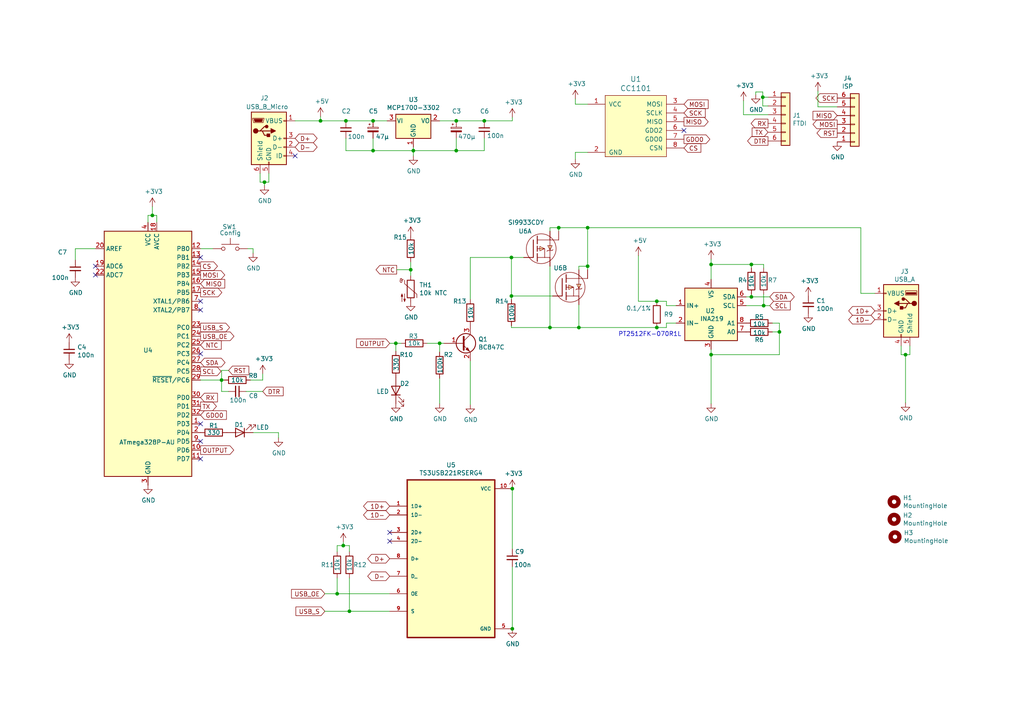
<source format=kicad_sch>
(kicad_sch (version 20211123) (generator eeschema)
  (paper "A4")
  (lib_symbols
    (symbol "Analog_ADC:INA219AxDCN"
      (property "Reference" "U" (at -6.35 8.89 0))
      (property "Value" "Analog_ADC_INA219AxDCN" (at 6.35 8.89 0))
      (symbol "INA219AxDCN_0_1"
        (rectangle (start -7.62 7.62) (end 7.62 -7.62) (stroke (width 0.254)) (fill (type background)))
      )
      (symbol "INA219AxDCN_1_1"
        (pin input line (at -10.16 2.54 0) (length 2.54) (name "IN+") (number "1"))
        (pin input line (at -10.16 -2.54 0) (length 2.54) (name "IN-") (number "2"))
        (pin power_in line (at 0 -10.16 90) (length 2.54) (name "GND") (number "3"))
        (pin power_in line (at 0 10.16 270) (length 2.54) (name "VS") (number "4"))
        (pin input line (at 10.16 2.54 180) (length 2.54) (name "SCL") (number "5"))
        (pin bidirectional line (at 10.16 5.08 180) (length 2.54) (name "SDA") (number "6"))
        (pin input line (at 10.16 -5.08 180) (length 2.54) (name "A0") (number "7"))
        (pin input line (at 10.16 -2.54 180) (length 2.54) (name "A1") (number "8"))
      )
    )
    (symbol "Connector_Generic:Conn_01x06" (pin_names (offset 1.016) hide)
      (property "Reference" "J" (at 0 7.62 0))
      (property "Value" "Connector_Generic_Conn_01x06" (at 0 -10.16 0))
      (symbol "Conn_01x06_1_1"
        (rectangle (start -1.27 -7.493) (end 0 -7.747) (stroke (width 0.1524)))
        (rectangle (start -1.27 -4.953) (end 0 -5.207) (stroke (width 0.1524)))
        (rectangle (start -1.27 -2.413) (end 0 -2.667) (stroke (width 0.1524)))
        (rectangle (start -1.27 0.127) (end 0 -0.127) (stroke (width 0.1524)))
        (rectangle (start -1.27 2.667) (end 0 2.413) (stroke (width 0.1524)))
        (rectangle (start -1.27 5.207) (end 0 4.953) (stroke (width 0.1524)))
        (rectangle (start -1.27 6.35) (end 1.27 -8.89) (stroke (width 0.254)) (fill (type background)))
        (pin passive line (at -5.08 5.08 0) (length 3.81) (name "Pin_1") (number "1"))
        (pin passive line (at -5.08 2.54 0) (length 3.81) (name "Pin_2") (number "2"))
        (pin passive line (at -5.08 0 0) (length 3.81) (name "Pin_3") (number "3"))
        (pin passive line (at -5.08 -2.54 0) (length 3.81) (name "Pin_4") (number "4"))
        (pin passive line (at -5.08 -5.08 0) (length 3.81) (name "Pin_5") (number "5"))
        (pin passive line (at -5.08 -7.62 0) (length 3.81) (name "Pin_6") (number "6"))
      )
    )
    (symbol "Device:CP_Small" (pin_numbers hide) (pin_names (offset 0.254) hide)
      (property "Reference" "C" (at 0.254 1.778 0))
      (property "Value" "Device_CP_Small" (at 0.254 -2.032 0))
      (symbol "CP_Small_0_1"
        (rectangle (start -1.524 -0.3048) (end 1.524 -0.6858) (fill (type outline)))
        (rectangle (start -1.524 0.6858) (end 1.524 0.3048))
        (polyline (pts (xy -1.27 1.524) (xy -0.762 1.524)))
        (polyline (pts (xy -1.016 1.27) (xy -1.016 1.778)))
      )
      (symbol "CP_Small_1_1"
        (pin passive line (at 0 2.54 270) (length 1.8542) (name "~") (number "1"))
        (pin passive line (at 0 -2.54 90) (length 1.8542) (name "~") (number "2"))
      )
    )
    (symbol "Device:C_Small" (pin_numbers hide) (pin_names (offset 0.254) hide)
      (property "Reference" "C" (at 0.254 1.778 0))
      (property "Value" "Device_C_Small" (at 0.254 -2.032 0))
      (symbol "C_Small_0_1"
        (polyline (pts (xy -1.524 -0.508) (xy 1.524 -0.508)) (stroke (width 0.3302)))
        (polyline (pts (xy -1.524 0.508) (xy 1.524 0.508)) (stroke (width 0.3048)))
      )
      (symbol "C_Small_1_1"
        (pin passive line (at 0 2.54 270) (length 2.032) (name "~") (number "1"))
        (pin passive line (at 0 -2.54 90) (length 2.032) (name "~") (number "2"))
      )
    )
    (symbol "Device:LED" (pin_numbers hide) (pin_names (offset 1.016) hide)
      (property "Reference" "D" (at 0 2.54 0))
      (property "Value" "Device_LED" (at 0 -2.54 0))
      (symbol "LED_0_1"
        (polyline (pts (xy -1.27 -1.27) (xy -1.27 1.27)) (stroke (width 0.254)))
        (polyline (pts (xy -1.27 0) (xy 1.27 0)))
        (polyline (pts (xy 1.27 -1.27) (xy 1.27 1.27) (xy -1.27 0) (xy 1.27 -1.27)) (stroke (width 0.254)))
        (polyline (pts (xy -3.048 -0.762) (xy -4.572 -2.286) (xy -3.81 -2.286) (xy -4.572 -2.286) (xy -4.572 -1.524)))
        (polyline (pts (xy -1.778 -0.762) (xy -3.302 -2.286) (xy -2.54 -2.286) (xy -3.302 -2.286) (xy -3.302 -1.524)))
      )
      (symbol "LED_1_1"
        (pin passive line (at -3.81 0 0) (length 2.54) (name "K") (number "1"))
        (pin passive line (at 3.81 0 180) (length 2.54) (name "A") (number "2"))
      )
    )
    (symbol "Device:R" (pin_numbers hide) (pin_names (offset 0))
      (property "Reference" "R" (at 2.032 0 90))
      (property "Value" "Device_R" (at 0 0 90))
      (symbol "R_0_1"
        (rectangle (start -1.016 -2.54) (end 1.016 2.54) (stroke (width 0.254)))
      )
      (symbol "R_1_1"
        (pin passive line (at 0 3.81 270) (length 1.27) (name "~") (number "1"))
        (pin passive line (at 0 -3.81 90) (length 1.27) (name "~") (number "2"))
      )
    )
    (symbol "Device:Thermistor_NTC" (pin_numbers hide) (pin_names (offset 0))
      (property "Reference" "TH" (at -4.445 0 90))
      (property "Value" "Device_Thermistor_NTC" (at 3.175 0 90))
      (symbol "Thermistor_NTC_0_1"
        (arc (start -3.048 2.159) (mid -3.0495 2.3143) (end -3.175 2.413))
        (arc (start -3.048 2.159) (mid -2.9736 1.9794) (end -2.794 1.905))
        (arc (start -3.048 2.794) (mid -2.9736 2.6144) (end -2.794 2.54))
        (arc (start -2.794 1.905) (mid -2.6144 1.9794) (end -2.54 2.159))
        (arc (start -2.794 2.54) (mid -2.4393 2.5587) (end -2.159 2.794))
        (arc (start -2.794 3.048) (mid -2.9736 2.9736) (end -3.048 2.794))
        (arc (start -2.54 2.794) (mid -2.6144 2.9736) (end -2.794 3.048))
        (rectangle (start -1.016 2.54) (end 1.016 -2.54) (stroke (width 0.254)))
        (polyline (pts (xy -2.54 2.159) (xy -2.54 2.794)))
        (polyline (pts (xy -1.778 2.54) (xy -1.778 1.524) (xy 1.778 -1.524) (xy 1.778 -2.54)))
        (polyline (pts (xy -2.54 -3.683) (xy -2.54 -1.397) (xy -2.794 -2.159) (xy -2.286 -2.159) (xy -2.54 -1.397) (xy -2.54 -1.651)) (fill (type outline)))
        (polyline (pts (xy -1.778 -1.397) (xy -1.778 -3.683) (xy -2.032 -2.921) (xy -1.524 -2.921) (xy -1.778 -3.683) (xy -1.778 -3.429)) (fill (type outline)))
      )
      (symbol "Thermistor_NTC_1_1"
        (pin passive line (at 0 3.81 270) (length 1.27) (name "~") (number "1"))
        (pin passive line (at 0 -3.81 90) (length 1.27) (name "~") (number "2"))
      )
    )
    (symbol "HB-ES-PMSw1-USB-rescue:USB_A-Connector" (pin_names (offset 1.016))
      (property "Reference" "J" (at -5.08 11.43 0))
      (property "Value" "USB_A-Connector" (at -5.08 8.89 0))
      (symbol "USB_A-Connector_0_1"
        (rectangle (start -5.08 -7.62) (end 5.08 7.62) (stroke (width 0.254)) (fill (type background)))
        (circle (center -3.81 2.159) (radius 0.635) (stroke (width 0.254)) (fill (type outline)))
        (rectangle (start -1.524 4.826) (end -4.318 5.334) (fill (type outline)))
        (rectangle (start -1.27 4.572) (end -4.572 5.842))
        (circle (center -0.635 3.429) (radius 0.381) (stroke (width 0.254)) (fill (type outline)))
        (rectangle (start -0.127 -7.62) (end 0.127 -6.858))
        (polyline (pts (xy -3.175 2.159) (xy -2.54 2.159) (xy -1.27 3.429) (xy -0.635 3.429)) (stroke (width 0.254)))
        (polyline (pts (xy -2.54 2.159) (xy -1.905 2.159) (xy -1.27 0.889) (xy 0 0.889)) (stroke (width 0.254)))
        (polyline (pts (xy 0.635 2.794) (xy 0.635 1.524) (xy 1.905 2.159) (xy 0.635 2.794)) (stroke (width 0.254)) (fill (type outline)))
        (rectangle (start 0.254 1.27) (end -0.508 0.508) (stroke (width 0.254)) (fill (type outline)))
        (rectangle (start 5.08 -2.667) (end 4.318 -2.413))
        (rectangle (start 5.08 -0.127) (end 4.318 0.127))
        (rectangle (start 5.08 4.953) (end 4.318 5.207))
      )
      (symbol "USB_A-Connector_1_1"
        (polyline (pts (xy -1.905 2.159) (xy 0.635 2.159)) (stroke (width 0.254)))
        (pin power_in line (at 7.62 5.08 180) (length 2.54) (name "VBUS") (number "1"))
        (pin passive line (at 7.62 -2.54 180) (length 2.54) (name "D-") (number "2"))
        (pin passive line (at 7.62 0 180) (length 2.54) (name "D+") (number "3"))
        (pin power_in line (at 0 -10.16 90) (length 2.54) (name "GND") (number "4"))
        (pin passive line (at -2.54 -10.16 90) (length 2.54) (name "Shield") (number "5"))
      )
    )
    (symbol "HB-ES-PMSw1-USB-rescue:USB_B_Micro-Connector" (pin_names (offset 1.016))
      (property "Reference" "J" (at -5.08 11.43 0))
      (property "Value" "USB_B_Micro-Connector" (at -5.08 8.89 0))
      (symbol "USB_B_Micro-Connector_0_1"
        (rectangle (start -5.08 -7.62) (end 5.08 7.62) (stroke (width 0.254)) (fill (type background)))
        (circle (center -3.81 2.159) (radius 0.635) (stroke (width 0.254)) (fill (type outline)))
        (circle (center -0.635 3.429) (radius 0.381) (stroke (width 0.254)) (fill (type outline)))
        (rectangle (start -0.127 -7.62) (end 0.127 -6.858))
        (polyline (pts (xy -1.905 2.159) (xy 0.635 2.159)) (stroke (width 0.254)))
        (polyline (pts (xy -3.175 2.159) (xy -2.54 2.159) (xy -1.27 3.429) (xy -0.635 3.429)) (stroke (width 0.254)))
        (polyline (pts (xy -2.54 2.159) (xy -1.905 2.159) (xy -1.27 0.889) (xy 0 0.889)) (stroke (width 0.254)))
        (polyline (pts (xy 0.635 2.794) (xy 0.635 1.524) (xy 1.905 2.159) (xy 0.635 2.794)) (stroke (width 0.254)) (fill (type outline)))
        (polyline (pts (xy -4.318 5.588) (xy -1.778 5.588) (xy -2.032 4.826) (xy -4.064 4.826) (xy -4.318 5.588)) (fill (type outline)))
        (polyline (pts (xy -4.699 5.842) (xy -4.699 5.588) (xy -4.445 4.826) (xy -4.445 4.572) (xy -1.651 4.572) (xy -1.651 4.826) (xy -1.397 5.588) (xy -1.397 5.842) (xy -4.699 5.842)))
        (rectangle (start 0.254 1.27) (end -0.508 0.508) (stroke (width 0.254)) (fill (type outline)))
        (rectangle (start 5.08 -5.207) (end 4.318 -4.953))
        (rectangle (start 5.08 -2.667) (end 4.318 -2.413))
        (rectangle (start 5.08 -0.127) (end 4.318 0.127))
        (rectangle (start 5.08 4.953) (end 4.318 5.207))
      )
      (symbol "USB_B_Micro-Connector_1_1"
        (pin power_out line (at 7.62 5.08 180) (length 2.54) (name "VBUS") (number "1"))
        (pin passive line (at 7.62 -2.54 180) (length 2.54) (name "D-") (number "2"))
        (pin passive line (at 7.62 0 180) (length 2.54) (name "D+") (number "3"))
        (pin passive line (at 7.62 -5.08 180) (length 2.54) (name "ID") (number "4"))
        (pin power_out line (at 0 -10.16 90) (length 2.54) (name "GND") (number "5"))
        (pin passive line (at -2.54 -10.16 90) (length 2.54) (name "Shield") (number "6"))
      )
    )
    (symbol "MCU_Microchip_ATmega:ATmega328P-AU"
      (property "Reference" "U" (at -12.7 36.83 0))
      (property "Value" "MCU_Microchip_ATmega_ATmega328P-AU" (at 2.54 -36.83 0))
      (symbol "ATmega328P-AU_0_1"
        (rectangle (start -12.7 -35.56) (end 12.7 35.56) (stroke (width 0.254)) (fill (type background)))
      )
      (symbol "ATmega328P-AU_1_1"
        (pin bidirectional line (at 15.24 -20.32 180) (length 2.54) (name "PD3") (number "1"))
        (pin bidirectional line (at 15.24 -27.94 180) (length 2.54) (name "PD6") (number "10"))
        (pin bidirectional line (at 15.24 -30.48 180) (length 2.54) (name "PD7") (number "11"))
        (pin bidirectional line (at 15.24 30.48 180) (length 2.54) (name "PB0") (number "12"))
        (pin bidirectional line (at 15.24 27.94 180) (length 2.54) (name "PB1") (number "13"))
        (pin bidirectional line (at 15.24 25.4 180) (length 2.54) (name "PB2") (number "14"))
        (pin bidirectional line (at 15.24 22.86 180) (length 2.54) (name "PB3") (number "15"))
        (pin bidirectional line (at 15.24 20.32 180) (length 2.54) (name "PB4") (number "16"))
        (pin bidirectional line (at 15.24 17.78 180) (length 2.54) (name "PB5") (number "17"))
        (pin power_in line (at 2.54 38.1 270) (length 2.54) (name "AVCC") (number "18"))
        (pin input line (at -15.24 25.4 0) (length 2.54) (name "ADC6") (number "19"))
        (pin bidirectional line (at 15.24 -22.86 180) (length 2.54) (name "PD4") (number "2"))
        (pin passive line (at -15.24 30.48 0) (length 2.54) (name "AREF") (number "20"))
        (pin passive line (at 0 -38.1 90) (length 2.54) hide (name "GND") (number "21"))
        (pin input line (at -15.24 22.86 0) (length 2.54) (name "ADC7") (number "22"))
        (pin bidirectional line (at 15.24 7.62 180) (length 2.54) (name "PC0") (number "23"))
        (pin bidirectional line (at 15.24 5.08 180) (length 2.54) (name "PC1") (number "24"))
        (pin bidirectional line (at 15.24 2.54 180) (length 2.54) (name "PC2") (number "25"))
        (pin bidirectional line (at 15.24 0 180) (length 2.54) (name "PC3") (number "26"))
        (pin bidirectional line (at 15.24 -2.54 180) (length 2.54) (name "PC4") (number "27"))
        (pin bidirectional line (at 15.24 -5.08 180) (length 2.54) (name "PC5") (number "28"))
        (pin bidirectional line (at 15.24 -7.62 180) (length 2.54) (name "~{RESET}/PC6") (number "29"))
        (pin power_in line (at 0 -38.1 90) (length 2.54) (name "GND") (number "3"))
        (pin bidirectional line (at 15.24 -12.7 180) (length 2.54) (name "PD0") (number "30"))
        (pin bidirectional line (at 15.24 -15.24 180) (length 2.54) (name "PD1") (number "31"))
        (pin bidirectional line (at 15.24 -17.78 180) (length 2.54) (name "PD2") (number "32"))
        (pin power_in line (at 0 38.1 270) (length 2.54) (name "VCC") (number "4"))
        (pin passive line (at 0 -38.1 90) (length 2.54) hide (name "GND") (number "5"))
        (pin passive line (at 0 38.1 270) (length 2.54) hide (name "VCC") (number "6"))
        (pin bidirectional line (at 15.24 15.24 180) (length 2.54) (name "XTAL1/PB6") (number "7"))
        (pin bidirectional line (at 15.24 12.7 180) (length 2.54) (name "XTAL2/PB7") (number "8"))
        (pin bidirectional line (at 15.24 -25.4 180) (length 2.54) (name "PD5") (number "9"))
      )
    )
    (symbol "Mechanical:MountingHole" (pin_names (offset 1.016))
      (property "Reference" "H" (at 0 5.08 0))
      (property "Value" "Mechanical_MountingHole" (at 0 3.175 0))
      (symbol "MountingHole_0_1"
        (circle (center 0 0) (radius 1.27) (stroke (width 1.27)))
      )
    )
    (symbol "Regulator_Linear:MCP1700-3302E_SOT23" (pin_names (offset 0.254))
      (property "Reference" "U" (at -3.81 3.175 0))
      (property "Value" "Regulator_Linear_MCP1700-3302E_SOT23" (at 0 3.175 0))
      (symbol "MCP1700-3302E_SOT23_0_1"
        (rectangle (start -5.08 1.905) (end 5.08 -5.08) (stroke (width 0.254)) (fill (type background)))
      )
      (symbol "MCP1700-3302E_SOT23_1_1"
        (pin power_in line (at 0 -7.62 90) (length 2.54) (name "GND") (number "1"))
        (pin power_out line (at 7.62 0 180) (length 2.54) (name "VO") (number "2"))
        (pin power_in line (at -7.62 0 0) (length 2.54) (name "VI") (number "3"))
      )
    )
    (symbol "SI9933CDY:SI9933CDY" (pin_numbers hide) (pin_names (offset 1.016) hide)
      (property "Reference" "U" (at -4.572 5.08 0))
      (property "Value" "SI9933CDY" (at -4.572 2.54 0))
      (symbol "SI9933CDY_1_0"
        (polyline (pts (xy -2.286 -2.54) (xy -2.54 -2.54)) (stroke (width 0.1524)))
        (polyline (pts (xy -2.286 2.54) (xy -2.286 -2.54)) (stroke (width 0.254)))
        (polyline (pts (xy -1.143 -1.397) (xy -1.143 -3.683)) (stroke (width 0.254)))
        (polyline (pts (xy -1.143 0.762) (xy -1.143 -0.762)) (stroke (width 0.254)))
        (polyline (pts (xy -1.143 3.683) (xy -1.143 1.397)) (stroke (width 0.254)))
        (polyline (pts (xy -1.016 -2.54) (xy 1.016 -2.54)) (stroke (width 0.1524)))
        (polyline (pts (xy -1.016 0) (xy 1.016 0)) (stroke (width 0.1524)))
        (polyline (pts (xy 1.016 -2.54) (xy 2.54 -2.54)) (stroke (width 0.1524)))
        (polyline (pts (xy 1.016 0) (xy 1.016 -2.54)) (stroke (width 0.1524)))
        (polyline (pts (xy 1.905 -0.508) (xy 1.651 -0.762)) (stroke (width 0.1524)))
        (polyline (pts (xy 2.54 2.54) (xy -1.016 2.54)) (stroke (width 0.1524)))
        (polyline (pts (xy 2.54 2.54) (xy 2.54 -2.54)) (stroke (width 0.1524)))
        (polyline (pts (xy 2.54 2.54) (xy 5.08 2.54)) (stroke (width 0.1524)))
        (polyline (pts (xy 3.175 -0.508) (xy 1.905 -0.508)) (stroke (width 0.1524)))
        (polyline (pts (xy 3.175 -0.508) (xy 3.429 -0.254)) (stroke (width 0.1524)))
        (polyline (pts (xy 0.889 0) (xy -0.381 -0.635) (xy -0.381 0.635)) (stroke (width 0.1524)) (fill (type background)))
        (polyline (pts (xy 2.54 -0.381) (xy 3.175 0.889) (xy 1.905 0.889)) (stroke (width 0.1524)) (fill (type background)))
        (circle (center 0 0) (radius 4.318) (stroke (width 0.1524)))
        (pin bidirectional line (at 2.54 -5.08 90) (length 2.54) (name "~") (number "1"))
        (pin bidirectional line (at -5.08 -2.54 0) (length 2.54) (name "~") (number "2"))
        (pin bidirectional line (at 5.08 5.08 270) (length 2.54) (name "~") (number "7"))
        (pin bidirectional line (at 2.54 5.08 270) (length 2.54) (name "~") (number "8"))
      )
      (symbol "SI9933CDY_1_1"
        (polyline (pts (xy 1.016 0) (xy -0.381 0.635)))
        (polyline (pts (xy 1.905 0.889) (xy 2.54 -0.3302)))
      )
      (symbol "SI9933CDY_2_0"
        (polyline (pts (xy -2.286 -2.54) (xy -2.54 -2.54)) (stroke (width 0.1524)))
        (polyline (pts (xy -2.286 2.54) (xy -2.286 -2.54)) (stroke (width 0.254)))
        (polyline (pts (xy -1.143 -1.397) (xy -1.143 -3.683)) (stroke (width 0.254)))
        (polyline (pts (xy -1.143 0.762) (xy -1.143 -0.762)) (stroke (width 0.254)))
        (polyline (pts (xy -1.143 3.683) (xy -1.143 1.397)) (stroke (width 0.254)))
        (polyline (pts (xy -1.016 -2.54) (xy 1.016 -2.54)) (stroke (width 0.1524)))
        (polyline (pts (xy -1.016 0) (xy 1.016 0)) (stroke (width 0.1524)))
        (polyline (pts (xy 1.016 -2.54) (xy 2.54 -2.54)) (stroke (width 0.1524)))
        (polyline (pts (xy 1.016 0) (xy 1.016 -2.54)) (stroke (width 0.1524)))
        (polyline (pts (xy 1.905 -0.508) (xy 1.651 -0.762)) (stroke (width 0.1524)))
        (polyline (pts (xy 2.54 2.54) (xy -1.016 2.54)) (stroke (width 0.1524)))
        (polyline (pts (xy 2.54 2.54) (xy 2.54 -2.54)) (stroke (width 0.1524)))
        (polyline (pts (xy 2.54 2.54) (xy 5.08 2.54)) (stroke (width 0.1524)))
        (polyline (pts (xy 3.175 -0.508) (xy 1.905 -0.508)) (stroke (width 0.1524)))
        (polyline (pts (xy 3.175 -0.508) (xy 3.429 -0.254)) (stroke (width 0.1524)))
        (polyline (pts (xy 0.889 0) (xy -0.381 -0.635) (xy -0.381 0.635)) (stroke (width 0.1524)) (fill (type background)))
        (polyline (pts (xy 2.54 -0.381) (xy 3.175 0.889) (xy 1.905 0.889)) (stroke (width 0.1524)) (fill (type background)))
        (circle (center 0 0) (radius 4.318) (stroke (width 0.1524)))
        (pin bidirectional line (at 2.54 -5.08 90) (length 2.54) (name "~") (number "3"))
        (pin bidirectional line (at -5.08 -2.54 0) (length 2.54) (name "~") (number "4"))
        (pin bidirectional line (at 5.08 5.08 270) (length 2.54) (name "~") (number "5"))
        (pin bidirectional line (at 2.54 5.08 270) (length 2.54) (name "~") (number "6"))
      )
      (symbol "SI9933CDY_2_1"
        (polyline (pts (xy -0.381 0.635) (xy 1.016 0)))
        (polyline (pts (xy 1.905 0.889) (xy 2.54 -0.381)))
      )
    )
    (symbol "Switch:SW_Push" (pin_numbers hide) (pin_names (offset 1.016) hide)
      (property "Reference" "SW" (at 1.27 2.54 0))
      (property "Value" "Switch_SW_Push" (at 0 -1.524 0))
      (symbol "SW_Push_0_1"
        (circle (center -2.032 0) (radius 0.508))
        (polyline (pts (xy 0 1.27) (xy 0 3.048)))
        (polyline (pts (xy 2.54 1.27) (xy -2.54 1.27)))
        (circle (center 2.032 0) (radius 0.508))
        (pin passive line (at -5.08 0 0) (length 2.54) (name "1") (number "1"))
        (pin passive line (at 5.08 0 180) (length 2.54) (name "2") (number "2"))
      )
    )
    (symbol "TS3USB221RSERG4:TS3USB221RSERG4" (pin_names (offset 1.016))
      (property "Reference" "U" (at -12.7 23.8506 0))
      (property "Value" "TS3USB221RSERG4" (at -12.7 -26.8478 0))
      (symbol "TS3USB221RSERG4_0_0"
        (rectangle (start -12.7 -22.86) (end 12.7 22.86) (stroke (width 0.4064)) (fill (type background)))
        (pin bidirectional line (at -17.78 15.24 0) (length 5.08) (name "1D+") (number "1"))
        (pin power_in line (at 17.78 20.32 180) (length 5.08) (name "VCC") (number "10"))
        (pin bidirectional line (at -17.78 12.7 0) (length 5.08) (name "1D-") (number "2"))
        (pin bidirectional line (at -17.78 7.62 0) (length 5.08) (name "2D+") (number "3"))
        (pin bidirectional line (at -17.78 5.08 0) (length 5.08) (name "2D-") (number "4"))
        (pin power_in line (at 17.78 -20.32 180) (length 5.08) (name "GND") (number "5"))
        (pin bidirectional line (at -17.78 -10.16 0) (length 5.08) (name "OE") (number "6"))
        (pin bidirectional line (at -17.78 -5.08 0) (length 5.08) (name "D_") (number "7"))
        (pin bidirectional line (at -17.78 0 0) (length 5.08) (name "D+") (number "8"))
        (pin bidirectional line (at -17.78 -15.24 0) (length 5.08) (name "S") (number "9"))
      )
    )
    (symbol "Transistor_BJT:BC847" (pin_names (offset 0) hide)
      (property "Reference" "Q" (at 5.08 1.905 0))
      (property "Value" "Transistor_BJT_BC847" (at 5.08 0 0))
      (symbol "BC847_0_1"
        (polyline (pts (xy 0.635 0.635) (xy 2.54 2.54)))
        (polyline (pts (xy 0.635 -0.635) (xy 2.54 -2.54) (xy 2.54 -2.54)))
        (polyline (pts (xy 0.635 1.905) (xy 0.635 -1.905) (xy 0.635 -1.905)) (stroke (width 0.508)))
        (polyline (pts (xy 1.27 -1.778) (xy 1.778 -1.27) (xy 2.286 -2.286) (xy 1.27 -1.778) (xy 1.27 -1.778)) (fill (type outline)))
        (circle (center 1.27 0) (radius 2.8194) (stroke (width 0.254)))
      )
      (symbol "BC847_1_1"
        (pin input line (at -5.08 0 0) (length 5.715) (name "B") (number "1"))
        (pin passive line (at 2.54 -5.08 90) (length 2.54) (name "E") (number "2"))
        (pin passive line (at 2.54 5.08 270) (length 2.54) (name "C") (number "3"))
      )
    )
    (symbol "cc1101:CC1101" (pin_names (offset 1.016))
      (property "Reference" "U" (at -1.27 17.78 0))
      (property "Value" "CC1101" (at 10.16 -2.54 0))
      (symbol "CC1101_0_1"
        (rectangle (start -2.54 16.51) (end 15.24 -1.27) (fill (type background)))
      )
      (symbol "CC1101_1_1"
        (pin power_in line (at -7.62 13.97 0) (length 5.08) (name "VCC") (number "1"))
        (pin power_in line (at -7.62 0 0) (length 5.08) (name "GND") (number "2"))
        (pin input line (at 20.32 13.97 180) (length 5.08) (name "MOSI") (number "3"))
        (pin input line (at 20.32 11.43 180) (length 5.08) (name "SCLK") (number "4"))
        (pin output line (at 20.32 8.89 180) (length 5.08) (name "MISO") (number "5"))
        (pin output line (at 20.32 6.35 180) (length 5.08) (name "GDO2") (number "6"))
        (pin output line (at 20.32 3.81 180) (length 5.08) (name "GDO0") (number "7"))
        (pin input line (at 20.32 1.27 180) (length 5.08) (name "CSN") (number "8"))
      )
    )
    (symbol "power:+3V3" (power) (pin_names (offset 0))
      (property "Value" "power_+3V3" (at 0 3.556 0))
      (symbol "+3V3_0_1"
        (polyline (pts (xy -0.762 1.27) (xy 0 2.54)))
        (polyline (pts (xy 0 0) (xy 0 2.54)))
        (polyline (pts (xy 0 2.54) (xy 0.762 1.27)))
      )
      (symbol "+3V3_1_1"
        (pin power_in line (at 0 0 90) (length 0) hide (name "+3V3") (number "1"))
      )
    )
    (symbol "power:+5V" (power) (pin_names (offset 0))
      (property "Value" "power_+5V" (at 0 3.556 0))
      (symbol "+5V_0_1"
        (polyline (pts (xy -0.762 1.27) (xy 0 2.54)))
        (polyline (pts (xy 0 0) (xy 0 2.54)))
        (polyline (pts (xy 0 2.54) (xy 0.762 1.27)))
      )
      (symbol "+5V_1_1"
        (pin power_in line (at 0 0 90) (length 0) hide (name "+5V") (number "1"))
      )
    )
    (symbol "power:GND" (power) (pin_names (offset 0))
      (property "Value" "power_GND" (at 0 -3.81 0))
      (symbol "GND_0_1"
        (polyline (pts (xy 0 0) (xy 0 -1.27) (xy 1.27 -1.27) (xy 0 -2.54) (xy -1.27 -1.27) (xy 0 -1.27)))
      )
      (symbol "GND_1_1"
        (pin power_in line (at 0 0 270) (length 0) hide (name "GND") (number "1"))
      )
    )
  )
  (junction (at 206.248 76.708))
  (junction (at 119.126 78.232))
  (junction (at 132.334 43.688))
  (junction (at 226.06 96.266))
  (junction (at 127.508 99.568))
  (junction (at 140.462 35.052))
  (junction (at 190.5 87.376))
  (junction (at 114.808 99.568))
  (junction (at 206.248 102.87))
  (junction (at 108.204 35.052))
  (junction (at 170.434 77.216))
  (junction (at 64.262 110.236))
  (junction (at 92.964 35.052))
  (junction (at 148.59 141.732))
  (junction (at 148.59 182.372))
  (junction (at 170.434 66.04))
  (junction (at 119.888 43.688))
  (junction (at 97.79 172.212))
  (junction (at 148.336 74.676))
  (junction (at 167.894 94.996))
  (junction (at 217.932 86.106))
  (junction (at 221.488 88.646))
  (junction (at 44.196 62.484))
  (junction (at 76.708 52.832))
  (junction (at 148.336 85.852))
  (junction (at 132.334 35.052))
  (junction (at 100.33 35.052))
  (junction (at 262.636 102.87))
  (junction (at 99.568 158.242))
  (junction (at 221.234 28.194))
  (junction (at 217.932 76.708))
  (junction (at 101.346 177.292))
  (junction (at 159.512 94.996))
  (junction (at 108.204 43.688))
  (junction (at 190.5 94.996))
  (junction (at 162.052 66.04))
  (no_connect (at 113.03 154.432))
  (no_connect (at 58.166 122.936))
  (no_connect (at 113.03 156.972))
  (no_connect (at 85.598 45.212))
  (no_connect (at 27.686 77.216))
  (no_connect (at 198.374 37.846))
  (no_connect (at 58.166 89.916))
  (no_connect (at 58.166 128.016))
  (no_connect (at 58.166 87.376))
  (no_connect (at 58.166 102.616))
  (no_connect (at 27.686 79.756))
  (no_connect (at 58.166 133.096))
  (no_connect (at 58.166 74.676))
  (wire (pts (xy 127.508 35.052) (xy 132.334 35.052)))
  (wire (pts (xy 167.894 94.996) (xy 190.5 94.996)))
  (wire (pts (xy 58.166 72.136) (xy 61.722 72.136)))
  (wire (pts (xy 136.398 104.648) (xy 136.398 117.348)))
  (wire (pts (xy 132.334 40.132) (xy 132.334 43.688)))
  (wire (pts (xy 221.488 88.646) (xy 216.408 88.646)))
  (wire (pts (xy 148.336 74.676) (xy 148.336 85.852)))
  (wire (pts (xy 140.462 43.688) (xy 132.334 43.688)))
  (wire (pts (xy 119.888 42.672) (xy 119.888 43.688)))
  (wire (pts (xy 262.636 102.87) (xy 262.636 116.84)))
  (wire (pts (xy 217.932 85.344) (xy 217.932 86.106)))
  (wire (pts (xy 148.336 94.996) (xy 159.512 94.996)))
  (wire (pts (xy 148.336 74.676) (xy 136.398 74.676)))
  (wire (pts (xy 148.336 85.852) (xy 160.274 85.852)))
  (wire (pts (xy 261.366 102.87) (xy 262.636 102.87)))
  (wire (pts (xy 162.052 67.056) (xy 162.052 66.04)))
  (wire (pts (xy 21.844 72.136) (xy 21.844 75.438)))
  (wire (pts (xy 71.374 113.538) (xy 76.2 113.538)))
  (wire (pts (xy 221.488 76.708) (xy 221.488 77.724)))
  (wire (pts (xy 162.052 66.04) (xy 170.434 66.04)))
  (wire (pts (xy 166.878 30.226) (xy 170.434 30.226)))
  (wire (pts (xy 76.708 52.832) (xy 76.708 53.848)))
  (wire (pts (xy 113.03 177.292) (xy 101.346 177.292)))
  (wire (pts (xy 148.59 34.036) (xy 148.59 35.052)))
  (wire (pts (xy 58.166 110.236) (xy 64.262 110.236)))
  (wire (pts (xy 44.196 59.944) (xy 44.196 62.484)))
  (wire (pts (xy 206.248 102.87) (xy 226.06 102.87)))
  (wire (pts (xy 100.33 40.132) (xy 100.33 43.688)))
  (wire (pts (xy 167.894 77.216) (xy 170.434 77.216)))
  (wire (pts (xy 101.346 158.242) (xy 101.346 160.02)))
  (wire (pts (xy 136.398 74.676) (xy 136.398 86.868)))
  (wire (pts (xy 127.508 99.568) (xy 128.778 99.568)))
  (wire (pts (xy 217.932 76.708) (xy 221.488 76.708)))
  (wire (pts (xy 64.262 110.236) (xy 65.024 110.236)))
  (wire (pts (xy 108.204 40.132) (xy 108.204 43.688)))
  (wire (pts (xy 148.59 164.338) (xy 148.59 182.372)))
  (wire (pts (xy 97.79 167.64) (xy 97.79 172.212)))
  (wire (pts (xy 94.234 172.212) (xy 97.79 172.212)))
  (wire (pts (xy 190.5 87.376) (xy 193.294 87.376)))
  (wire (pts (xy 263.906 102.87) (xy 263.906 100.33)))
  (wire (pts (xy 66.294 113.538) (xy 64.262 113.538)))
  (wire (pts (xy 249.682 85.09) (xy 253.746 85.09)))
  (wire (pts (xy 77.978 50.292) (xy 77.978 52.832)))
  (wire (pts (xy 45.466 62.484) (xy 44.196 62.484)))
  (wire (pts (xy 226.06 102.87) (xy 226.06 96.266)))
  (wire (pts (xy 206.248 102.87) (xy 206.248 117.094)))
  (wire (pts (xy 170.434 66.04) (xy 249.682 66.04)))
  (wire (pts (xy 237.236 30.988) (xy 242.824 30.988)))
  (wire (pts (xy 66.294 107.442) (xy 64.262 107.442)))
  (wire (pts (xy 249.682 66.04) (xy 249.682 85.09)))
  (wire (pts (xy 73.406 125.476) (xy 80.772 125.476)))
  (wire (pts (xy 27.686 72.136) (xy 21.844 72.136)))
  (wire (pts (xy 185.166 74.168) (xy 185.166 87.376)))
  (wire (pts (xy 219.202 26.67) (xy 219.202 27.432)))
  (wire (pts (xy 222.758 28.194) (xy 221.234 28.194)))
  (wire (pts (xy 166.878 44.196) (xy 170.434 44.196)))
  (wire (pts (xy 222.758 30.734) (xy 221.234 30.734)))
  (wire (pts (xy 101.346 177.292) (xy 94.234 177.292)))
  (wire (pts (xy 159.512 77.216) (xy 159.512 94.996)))
  (wire (pts (xy 221.488 85.344) (xy 221.488 88.646)))
  (wire (pts (xy 76.2 110.236) (xy 76.2 108.458)))
  (wire (pts (xy 206.248 76.708) (xy 217.932 76.708)))
  (wire (pts (xy 193.294 93.726) (xy 193.294 94.996)))
  (wire (pts (xy 226.06 93.726) (xy 226.06 96.266)))
  (wire (pts (xy 159.512 66.04) (xy 162.052 66.04)))
  (wire (pts (xy 73.406 72.136) (xy 73.406 73.406)))
  (wire (pts (xy 217.932 77.724) (xy 217.932 76.708)))
  (wire (pts (xy 80.772 125.476) (xy 80.772 127)))
  (wire (pts (xy 97.79 172.212) (xy 113.03 172.212)))
  (wire (pts (xy 196.088 93.726) (xy 193.294 93.726)))
  (wire (pts (xy 223.266 88.646) (xy 221.488 88.646)))
  (wire (pts (xy 221.234 28.194) (xy 221.234 26.67)))
  (wire (pts (xy 100.33 43.688) (xy 108.204 43.688)))
  (wire (pts (xy 101.346 167.64) (xy 101.346 177.292)))
  (wire (pts (xy 217.932 86.106) (xy 223.266 86.106)))
  (wire (pts (xy 123.952 99.568) (xy 127.508 99.568)))
  (wire (pts (xy 167.894 94.996) (xy 167.894 88.392)))
  (wire (pts (xy 167.894 78.232) (xy 167.894 77.216)))
  (wire (pts (xy 76.708 52.832) (xy 77.978 52.832)))
  (wire (pts (xy 100.33 35.052) (xy 108.204 35.052)))
  (wire (pts (xy 221.234 30.734) (xy 221.234 28.194)))
  (wire (pts (xy 119.126 78.232) (xy 119.126 80.01)))
  (wire (pts (xy 216.408 86.106) (xy 217.932 86.106)))
  (wire (pts (xy 64.262 107.442) (xy 64.262 110.236)))
  (wire (pts (xy 92.964 35.052) (xy 100.33 35.052)))
  (wire (pts (xy 75.438 50.292) (xy 75.438 52.832)))
  (wire (pts (xy 215.646 33.274) (xy 222.758 33.274)))
  (wire (pts (xy 170.434 66.04) (xy 170.434 77.216)))
  (wire (pts (xy 206.248 81.026) (xy 206.248 76.708)))
  (wire (pts (xy 224.028 93.726) (xy 226.06 93.726)))
  (wire (pts (xy 92.964 33.782) (xy 92.964 35.052)))
  (wire (pts (xy 148.336 85.852) (xy 148.336 86.868)))
  (wire (pts (xy 97.79 160.02) (xy 97.79 158.242)))
  (wire (pts (xy 108.204 43.688) (xy 119.888 43.688)))
  (wire (pts (xy 113.03 99.568) (xy 114.808 99.568)))
  (wire (pts (xy 112.268 35.052) (xy 108.204 35.052)))
  (wire (pts (xy 206.248 101.346) (xy 206.248 102.87)))
  (wire (pts (xy 64.262 113.538) (xy 64.262 110.236)))
  (wire (pts (xy 115.062 78.232) (xy 119.126 78.232)))
  (wire (pts (xy 72.644 110.236) (xy 76.2 110.236)))
  (wire (pts (xy 114.808 101.854) (xy 114.808 99.568)))
  (wire (pts (xy 148.59 141.732) (xy 148.59 159.258)))
  (wire (pts (xy 215.646 29.21) (xy 215.646 33.274)))
  (wire (pts (xy 42.926 62.484) (xy 42.926 64.516)))
  (wire (pts (xy 127.508 109.728) (xy 127.508 117.094)))
  (wire (pts (xy 119.126 75.946) (xy 119.126 78.232)))
  (wire (pts (xy 140.462 35.052) (xy 148.59 35.052)))
  (wire (pts (xy 261.366 102.87) (xy 261.366 100.33)))
  (wire (pts (xy 99.568 157.226) (xy 99.568 158.242)))
  (wire (pts (xy 97.79 158.242) (xy 99.568 158.242)))
  (wire (pts (xy 193.294 94.996) (xy 190.5 94.996)))
  (wire (pts (xy 151.892 74.676) (xy 148.336 74.676)))
  (wire (pts (xy 166.878 28.702) (xy 166.878 30.226)))
  (wire (pts (xy 140.462 40.132) (xy 140.462 43.688)))
  (wire (pts (xy 44.196 62.484) (xy 42.926 62.484)))
  (wire (pts (xy 127.508 99.568) (xy 127.508 102.108)))
  (wire (pts (xy 226.06 96.266) (xy 224.028 96.266)))
  (wire (pts (xy 45.466 64.516) (xy 45.466 62.484)))
  (wire (pts (xy 132.334 43.688) (xy 119.888 43.688)))
  (wire (pts (xy 185.166 87.376) (xy 190.5 87.376)))
  (wire (pts (xy 193.294 87.376) (xy 193.294 88.646)))
  (wire (pts (xy 75.438 52.832) (xy 76.708 52.832)))
  (wire (pts (xy 119.888 43.688) (xy 119.888 45.212)))
  (wire (pts (xy 166.878 46.228) (xy 166.878 44.196)))
  (wire (pts (xy 221.234 26.67) (xy 219.202 26.67)))
  (wire (pts (xy 132.334 35.052) (xy 140.462 35.052)))
  (wire (pts (xy 71.882 72.136) (xy 73.406 72.136)))
  (wire (pts (xy 159.512 66.04) (xy 159.512 67.056)))
  (wire (pts (xy 159.512 94.996) (xy 167.894 94.996)))
  (wire (pts (xy 114.808 99.568) (xy 116.332 99.568)))
  (wire (pts (xy 148.336 94.996) (xy 148.336 94.488)))
  (wire (pts (xy 170.434 77.216) (xy 170.434 78.232)))
  (wire (pts (xy 262.636 102.87) (xy 263.906 102.87)))
  (wire (pts (xy 237.236 26.416) (xy 237.236 30.988)))
  (wire (pts (xy 92.964 35.052) (xy 85.598 35.052)))
  (wire (pts (xy 99.568 158.242) (xy 101.346 158.242)))
  (wire (pts (xy 193.294 88.646) (xy 196.088 88.646)))
  (wire (pts (xy 206.248 75.184) (xy 206.248 76.708)))
  (text "PT2512FK-070R1L" (at 179.324 97.79 0) (effects (font (size 1.27 1.27)) (justify left bottom)))
  (global_label "NTC" (shape output) (at 115.062 78.232 180) (property "Intersheet References" "${INTERSHEET_REFS}" (effects hide)))
  (global_label "SCL" (shape output) (at 58.166 107.696 0) (property "Intersheet References" "${INTERSHEET_REFS}" (effects hide)))
  (global_label "D-" (shape bidirectional) (at 85.598 42.672 0) (property "Intersheet References" "${INTERSHEET_REFS}" (effects hide)))
  (global_label "MOSI" (shape output) (at 58.166 79.756 0) (property "Intersheet References" "${INTERSHEET_REFS}" (effects hide)))
  (global_label "RST" (shape input) (at 66.294 107.442 0) (property "Intersheet References" "${INTERSHEET_REFS}" (effects hide)))
  (global_label "MISO" (shape output) (at 198.374 35.306 0) (property "Intersheet References" "${INTERSHEET_REFS}" (effects hide)))
  (global_label "RX" (shape input) (at 58.166 115.316 0) (property "Intersheet References" "${INTERSHEET_REFS}" (effects hide)))
  (global_label "SCL" (shape input) (at 223.266 88.646 0) (property "Intersheet References" "${INTERSHEET_REFS}" (effects hide)))
  (global_label "GDO0" (shape input) (at 58.166 120.396 0) (property "Intersheet References" "${INTERSHEET_REFS}" (effects hide)))
  (global_label "D+" (shape bidirectional) (at 85.598 40.132 0) (property "Intersheet References" "${INTERSHEET_REFS}" (effects hide)))
  (global_label "USB_S" (shape output) (at 58.166 94.996 0) (property "Intersheet References" "${INTERSHEET_REFS}" (effects hide)))
  (global_label "1D-" (shape bidirectional) (at 253.746 92.71 180) (property "Intersheet References" "${INTERSHEET_REFS}" (effects hide)))
  (global_label "MOSI" (shape input) (at 198.374 30.226 0) (property "Intersheet References" "${INTERSHEET_REFS}" (effects hide)))
  (global_label "1D+" (shape bidirectional) (at 253.746 90.17 180) (property "Intersheet References" "${INTERSHEET_REFS}" (effects hide)))
  (global_label "SDA" (shape bidirectional) (at 58.166 105.156 0) (property "Intersheet References" "${INTERSHEET_REFS}" (effects hide)))
  (global_label "OUTPUT" (shape input) (at 113.03 99.568 180) (property "Intersheet References" "${INTERSHEET_REFS}" (effects hide)))
  (global_label "SDA" (shape bidirectional) (at 223.266 86.106 0) (property "Intersheet References" "${INTERSHEET_REFS}" (effects hide)))
  (global_label "RX" (shape output) (at 222.758 35.814 180) (property "Intersheet References" "${INTERSHEET_REFS}" (effects hide)))
  (global_label "USB_OE" (shape output) (at 58.166 97.536 0) (property "Intersheet References" "${INTERSHEET_REFS}" (effects hide)))
  (global_label "1D-" (shape bidirectional) (at 113.03 149.352 180) (property "Intersheet References" "${INTERSHEET_REFS}" (effects hide)))
  (global_label "RST" (shape output) (at 242.824 38.608 180) (property "Intersheet References" "${INTERSHEET_REFS}" (effects hide)))
  (global_label "GDO0" (shape output) (at 198.374 40.386 0) (property "Intersheet References" "${INTERSHEET_REFS}" (effects hide)))
  (global_label "MISO" (shape input) (at 242.824 33.528 180) (property "Intersheet References" "${INTERSHEET_REFS}" (effects hide)))
  (global_label "D-" (shape bidirectional) (at 113.03 167.132 180) (property "Intersheet References" "${INTERSHEET_REFS}" (effects hide)))
  (global_label "SCK" (shape input) (at 198.374 32.766 0) (property "Intersheet References" "${INTERSHEET_REFS}" (effects hide)))
  (global_label "TX" (shape input) (at 222.758 38.354 180) (property "Intersheet References" "${INTERSHEET_REFS}" (effects hide)))
  (global_label "USB_S" (shape input) (at 94.234 177.292 180) (property "Intersheet References" "${INTERSHEET_REFS}" (effects hide)))
  (global_label "D+" (shape bidirectional) (at 113.03 162.052 180) (property "Intersheet References" "${INTERSHEET_REFS}" (effects hide)))
  (global_label "MISO" (shape input) (at 58.166 82.296 0) (property "Intersheet References" "${INTERSHEET_REFS}" (effects hide)))
  (global_label "USB_OE" (shape input) (at 94.234 172.212 180) (property "Intersheet References" "${INTERSHEET_REFS}" (effects hide)))
  (global_label "DTR" (shape input) (at 76.2 113.538 0) (property "Intersheet References" "${INTERSHEET_REFS}" (effects hide)))
  (global_label "MOSI" (shape output) (at 242.824 36.068 180) (property "Intersheet References" "${INTERSHEET_REFS}" (effects hide)))
  (global_label "SCK" (shape output) (at 58.166 84.836 0) (property "Intersheet References" "${INTERSHEET_REFS}" (effects hide)))
  (global_label "CS" (shape input) (at 198.374 42.926 0) (property "Intersheet References" "${INTERSHEET_REFS}" (effects hide)))
  (global_label "1D+" (shape bidirectional) (at 113.03 146.812 180) (property "Intersheet References" "${INTERSHEET_REFS}" (effects hide)))
  (global_label "SCK" (shape output) (at 242.824 28.448 180) (property "Intersheet References" "${INTERSHEET_REFS}" (effects hide)))
  (global_label "NTC" (shape input) (at 58.166 100.076 0) (property "Intersheet References" "${INTERSHEET_REFS}" (effects hide)))
  (global_label "OUTPUT" (shape output) (at 58.166 130.556 0) (property "Intersheet References" "${INTERSHEET_REFS}" (effects hide)))
  (global_label "DTR" (shape output) (at 222.758 40.894 180) (property "Intersheet References" "${INTERSHEET_REFS}" (effects hide)))
  (global_label "TX" (shape output) (at 58.166 117.856 0) (property "Intersheet References" "${INTERSHEET_REFS}" (effects hide)))
  (global_label "CS" (shape output) (at 58.166 77.216 0) (property "Intersheet References" "${INTERSHEET_REFS}" (effects hide)))
  (symbol (lib_id "HB-ES-PMSw1-USB-rescue:USB_B_Micro-Connector") (at 77.978 40.132 0) (unit 1)
    (property "Reference" "J2" (at 76.708 28.448 0))
    (property "Value" "USB_B_Micro" (at 77.47 30.988 0))
    (property "Footprint" "Connector_USB:USB_Micro-B_Molex-105017-0001" (effects hide))
  )
  (symbol (lib_id "HB-ES-PMSw1-USB-rescue:USB_A-Connector") (at 261.366 90.17 0) (mirror y) (unit 1)
    (property "Reference" "J3" (at 262.382 78.74 0))
    (property "Value" "USB_A" (at 262.382 81.026 0))
    (property "Footprint" "Connectors:USB_A" (effects hide))
    (property "Datasheet" " ~" (effects hide))
  )
  (symbol (lib_id "power:GND") (at 262.636 116.84 0) (unit 1)
    (property "Reference" "#PWR012" (effects hide))
    (property "Value" "GND" (at 262.763 121.2342 0))
  )
  (symbol (lib_id "cc1101:CC1101") (at 178.054 44.196 0) (unit 1)
    (property "Reference" "U1" (at 184.404 22.9362 0) (effects (font (size 1.524 1.524))))
    (property "Value" "CC1101" (at 184.404 25.6286 0) (effects (font (size 1.524 1.524))))
    (property "Footprint" "additional:CC1101_SMD" (effects hide))
  )
  (symbol (lib_id "power:+3V3") (at 206.248 75.184 0) (unit 1)
    (property "Reference" "#PWR07" (effects hide))
    (property "Value" "+3V3" (at 206.629 70.7898 0))
  )
  (symbol (lib_id "Analog_ADC:INA219AxDCN") (at 206.248 91.186 0) (unit 1)
    (property "Reference" "U2" (at 205.994 90.17 0))
    (property "Value" "INA219" (at 206.502 92.456 0))
    (property "Footprint" "Package_TO_SOT_SMD:SOT-23-8" (effects hide))
    (property "Datasheet" "http://www.ti.com/lit/ds/symlink/ina219.pdf" (effects hide))
  )
  (symbol (lib_id "power:+3V3") (at 166.878 28.702 0) (unit 1)
    (property "Reference" "#PWR09" (effects hide))
    (property "Value" "+3V3" (at 167.259 24.3078 0))
  )
  (symbol (lib_id "Device:R") (at 220.218 96.266 90) (unit 1)
    (property "Reference" "R6" (at 220.218 98.552 90))
    (property "Value" "10k" (at 220.218 96.52 90))
    (property "Footprint" "Resistor_SMD:R_0805_2012Metric_Pad1.15x1.40mm_HandSolder" (effects hide))
  )
  (symbol (lib_id "Device:R") (at 220.218 93.726 90) (unit 1)
    (property "Reference" "R5" (at 220.218 91.948 90))
    (property "Value" "10k" (at 220.218 93.98 90))
    (property "Footprint" "Resistor_SMD:R_0805_2012Metric_Pad1.15x1.40mm_HandSolder" (effects hide))
  )
  (symbol (lib_id "Device:C_Small") (at 68.834 113.538 270) (unit 1)
    (property "Reference" "C8" (at 72.136 114.808 90) (effects (justify left)))
    (property "Value" "100n" (at 66.548 116.078 90) (effects (justify left)))
    (property "Footprint" "Capacitor_SMD:C_0805_2012Metric_Pad1.15x1.40mm_HandSolder" (effects hide))
  )
  (symbol (lib_id "power:GND") (at 166.878 46.228 0) (unit 1)
    (property "Reference" "#PWR010" (effects hide))
    (property "Value" "GND" (at 167.005 50.6222 0))
  )
  (symbol (lib_id "power:GND") (at 206.248 117.094 0) (unit 1)
    (property "Reference" "#PWR08" (effects hide))
    (property "Value" "GND" (at 206.375 121.4882 0))
  )
  (symbol (lib_id "power:+5V") (at 185.166 74.168 0) (unit 1)
    (property "Reference" "#PWR06" (effects hide))
    (property "Value" "+5V" (at 185.547 69.7738 0))
  )
  (symbol (lib_id "Device:R") (at 217.932 81.534 0) (unit 1)
    (property "Reference" "R4" (at 215.392 81.28 0))
    (property "Value" "10k" (at 217.932 81.534 90))
    (property "Footprint" "Resistor_SMD:R_0805_2012Metric_Pad1.15x1.40mm_HandSolder" (effects hide))
  )
  (symbol (lib_id "Device:R") (at 221.488 81.534 0) (unit 1)
    (property "Reference" "R7" (at 224.028 81.28 0))
    (property "Value" "10k" (at 221.488 81.534 90))
    (property "Footprint" "Resistor_SMD:R_0805_2012Metric_Pad1.15x1.40mm_HandSolder" (effects hide))
  )
  (symbol (lib_id "Connector_Generic:Conn_01x06") (at 227.838 33.274 0) (unit 1)
    (property "Reference" "J1" (at 229.87 33.4772 0) (effects (justify left)))
    (property "Value" "FTDI" (at 229.87 35.7886 0) (effects (justify left)))
    (property "Footprint" "Connector_PinHeader_2.54mm:PinHeader_1x06_P2.54mm_Vertical" (effects hide))
  )
  (symbol (lib_id "Connector_Generic:Conn_01x06") (at 247.904 36.068 0) (mirror x) (unit 1)
    (property "Reference" "J4" (at 245.8212 22.733 0))
    (property "Value" "ISP" (at 245.8212 25.0444 0))
    (property "Footprint" "additional:PinPads_ISP" (effects hide))
  )
  (symbol (lib_id "power:+3V3") (at 215.646 29.21 0) (unit 1)
    (property "Reference" "#PWR0101" (effects hide))
    (property "Value" "+3V3" (at 216.027 24.8158 0))
  )
  (symbol (lib_id "power:GND") (at 219.202 27.432 0) (unit 1)
    (property "Reference" "#PWR0102" (effects hide))
    (property "Value" "GND" (at 219.329 31.8262 0))
  )
  (symbol (lib_id "Device:R") (at 61.976 125.476 270) (unit 1)
    (property "Reference" "R1" (at 61.976 123.444 90))
    (property "Value" "330" (at 61.976 125.476 90))
    (property "Footprint" "Resistor_SMD:R_0805_2012Metric_Pad1.15x1.40mm_HandSolder" (effects hide))
  )
  (symbol (lib_id "Device:LED") (at 69.596 125.476 180) (unit 1)
    (property "Reference" "D1" (at 69.342 123.19 0))
    (property "Value" "LED" (at 76.2 123.952 0))
    (property "Footprint" "LED_SMD:LED_0805_2012Metric_Pad1.15x1.40mm_HandSolder" (effects hide))
  )
  (symbol (lib_id "power:+3V3") (at 76.2 108.458 0) (unit 1)
    (property "Reference" "#PWR016" (effects hide))
    (property "Value" "+3V3" (at 76.581 104.0638 0))
  )
  (symbol (lib_id "Switch:SW_Push") (at 66.802 72.136 0) (unit 1)
    (property "Reference" "SW1" (at 66.548 65.786 0))
    (property "Value" "Config" (at 66.802 67.564 0))
    (property "Footprint" "Button_Switch_THT:SW_PUSH_6mm_H5mm" (effects hide))
  )
  (symbol (lib_id "Device:R") (at 120.142 99.568 270) (unit 1)
    (property "Reference" "R3" (at 119.888 97.536 90))
    (property "Value" "10k" (at 120.142 99.568 90))
    (property "Footprint" "Resistor_SMD:R_0805_2012Metric_Pad1.15x1.40mm_HandSolder" (effects hide))
  )
  (symbol (lib_id "Device:C_Small") (at 234.442 88.392 0) (unit 1)
    (property "Reference" "C1" (at 236.7788 87.2236 0) (effects (justify left)))
    (property "Value" "100n" (at 236.7788 89.535 0) (effects (justify left)))
    (property "Footprint" "Capacitor_SMD:C_0805_2012Metric_Pad1.15x1.40mm_HandSolder" (effects hide))
  )
  (symbol (lib_id "power:+3V3") (at 234.442 85.852 0) (unit 1)
    (property "Reference" "#PWR013" (effects hide))
    (property "Value" "+3V3" (at 234.823 81.4578 0))
  )
  (symbol (lib_id "power:GND") (at 234.442 90.932 0) (unit 1)
    (property "Reference" "#PWR014" (effects hide))
    (property "Value" "GND" (at 234.569 95.3262 0))
  )
  (symbol (lib_id "Device:R") (at 114.808 105.664 180) (unit 1)
    (property "Reference" "R10" (at 117.856 102.87 0))
    (property "Value" "330" (at 114.935 105.664 90))
    (property "Footprint" "Resistor_SMD:R_0805_2012Metric_Pad1.15x1.40mm_HandSolder" (effects hide))
  )
  (symbol (lib_id "MCU_Microchip_ATmega:ATmega328P-AU") (at 42.926 102.616 0) (unit 1)
    (property "Reference" "U4" (at 42.926 101.6 0))
    (property "Value" "ATmega328P-AU" (at 42.672 128.27 0))
    (property "Footprint" "Package_QFP:TQFP-32_7x7mm_P0.8mm" (effects hide))
    (property "Datasheet" "http://ww1.microchip.com/downloads/en/DeviceDoc/ATmega328_P%20AVR%20MCU%20with%20picoPower%20Technology%20Data%20Sheet%2040001984A.pdf" (effects hide))
  )
  (symbol (lib_id "Device:LED") (at 114.808 113.284 90) (unit 1)
    (property "Reference" "D2" (at 117.348 111.252 90))
    (property "Value" "LED" (at 110.998 113.538 90))
    (property "Footprint" "LED_SMD:LED_0805_2012Metric_Pad1.15x1.40mm_HandSolder" (effects hide))
  )
  (symbol (lib_id "power:GND") (at 42.926 140.716 0) (unit 1)
    (property "Reference" "#PWR04" (effects hide))
    (property "Value" "GND" (at 43.053 145.1102 0))
  )
  (symbol (lib_id "power:GND") (at 114.808 117.094 0) (unit 1)
    (property "Reference" "#PWR018" (effects hide))
    (property "Value" "GND" (at 114.935 121.4882 0))
  )
  (symbol (lib_id "power:+3V3") (at 148.59 34.036 0) (unit 1)
    (property "Reference" "#PWR0105" (effects hide))
    (property "Value" "+3V3" (at 148.971 29.6418 0))
  )
  (symbol (lib_id "power:GND") (at 242.824 41.148 0) (unit 1)
    (property "Reference" "#PWR0103" (effects hide))
    (property "Value" "GND" (at 242.951 45.5422 0))
  )
  (symbol (lib_id "power:GND") (at 73.406 73.406 0) (unit 1)
    (property "Reference" "#PWR015" (effects hide))
    (property "Value" "GND" (at 73.533 77.8002 0))
  )
  (symbol (lib_id "power:+3V3") (at 237.236 26.416 0) (unit 1)
    (property "Reference" "#PWR0104" (effects hide))
    (property "Value" "+3V3" (at 237.617 22.0218 0))
  )
  (symbol (lib_id "Regulator_Linear:MCP1700-3302E_SOT23") (at 119.888 35.052 0) (unit 1)
    (property "Reference" "U3" (at 119.888 28.9052 0))
    (property "Value" "MCP1700-3302" (at 119.888 31.2166 0))
    (property "Footprint" "Package_TO_SOT_SMD:SOT-23" (effects hide))
    (property "Datasheet" "http://ww1.microchip.com/downloads/en/DeviceDoc/20001826D.pdf" (effects hide))
  )
  (symbol (lib_id "power:+5V") (at 92.964 33.782 0) (unit 1)
    (property "Reference" "#PWR01" (effects hide))
    (property "Value" "+5V" (at 93.345 29.3878 0))
  )
  (symbol (lib_id "power:GND") (at 119.888 45.212 0) (unit 1)
    (property "Reference" "#PWR02" (effects hide))
    (property "Value" "GND" (at 120.015 49.6062 0))
  )
  (symbol (lib_id "power:+3V3") (at 44.196 59.944 0) (unit 1)
    (property "Reference" "#PWR05" (effects hide))
    (property "Value" "+3V3" (at 44.577 55.5498 0))
  )
  (symbol (lib_id "Device:CP_Small") (at 108.204 37.592 0) (unit 1)
    (property "Reference" "C5" (at 106.934 32.258 0) (effects (justify left)))
    (property "Value" "47µ" (at 108.966 39.624 0) (effects (justify left)))
    (property "Footprint" "Capacitor_SMD:CP_Elec_8x5.4" (effects hide))
  )
  (symbol (lib_id "Device:C_Small") (at 140.462 37.592 0) (unit 1)
    (property "Reference" "C6" (at 139.192 32.258 0) (effects (justify left)))
    (property "Value" "100n" (at 141.224 39.37 0) (effects (justify left)))
    (property "Footprint" "Capacitor_SMD:C_0805_2012Metric_Pad1.15x1.40mm_HandSolder" (effects hide))
  )
  (symbol (lib_id "Device:C_Small") (at 100.33 37.592 0) (unit 1)
    (property "Reference" "C2" (at 99.06 32.258 0) (effects (justify left)))
    (property "Value" "100n" (at 100.838 39.624 0) (effects (justify left)))
    (property "Footprint" "Capacitor_SMD:C_0805_2012Metric_Pad1.15x1.40mm_HandSolder" (effects hide))
  )
  (symbol (lib_id "Device:R") (at 190.5 91.186 0) (unit 1)
    (property "Reference" "R9" (at 192.532 91.186 0) (effects (justify left)))
    (property "Value" "0.1/1%" (at 181.61 89.408 0) (effects (justify left)))
    (property "Footprint" "Resistor_SMD:R_2512_6332Metric_Pad1.52x3.35mm_HandSolder" (effects hide))
    (property "Datasheet" "CRA2512 R100E" (effects hide))
  )
  (symbol (lib_id "power:GND") (at 80.772 127 0) (unit 1)
    (property "Reference" "#PWR017" (effects hide))
    (property "Value" "GND" (at 80.899 131.3942 0))
  )
  (symbol (lib_id "Device:CP_Small") (at 132.334 37.592 0) (unit 1)
    (property "Reference" "C3" (at 131.064 32.258 0) (effects (justify left)))
    (property "Value" "470µ" (at 132.842 39.624 0) (effects (justify left)))
    (property "Footprint" "Capacitor_SMD:CP_Elec_8x10.5" (effects hide))
  )
  (symbol (lib_id "Device:C_Small") (at 21.844 77.978 0) (unit 1)
    (property "Reference" "C7" (at 16.764 73.152 0) (effects (justify left)))
    (property "Value" "100n" (at 14.986 80.518 0) (effects (justify left)))
    (property "Footprint" "Capacitor_SMD:C_0805_2012Metric_Pad1.15x1.40mm_HandSolder" (effects hide))
  )
  (symbol (lib_id "power:GND") (at 21.844 80.518 0) (unit 1)
    (property "Reference" "#PWR03" (effects hide))
    (property "Value" "GND" (at 21.971 84.9122 0))
  )
  (symbol (lib_id "Device:R") (at 68.834 110.236 270) (unit 1)
    (property "Reference" "R8" (at 73.406 108.966 90))
    (property "Value" "10k" (at 68.834 110.236 90))
    (property "Footprint" "Resistor_SMD:R_0805_2012Metric_Pad1.15x1.40mm_HandSolder" (effects hide))
  )
  (symbol (lib_id "Mechanical:MountingHole") (at 259.334 145.542 0) (unit 1)
    (property "Reference" "H1" (at 261.874 144.3736 0) (effects (justify left)))
    (property "Value" "MountingHole" (at 261.874 146.685 0) (effects (justify left)))
    (property "Footprint" "Mounting_Holes:MountingHole_2.7mm_M2.5" (effects hide))
  )
  (symbol (lib_id "Mechanical:MountingHole") (at 259.334 150.622 0) (unit 1)
    (property "Reference" "H2" (at 261.874 149.4536 0) (effects (justify left)))
    (property "Value" "MountingHole" (at 261.874 151.765 0) (effects (justify left)))
    (property "Footprint" "Mounting_Holes:MountingHole_2.7mm_M2.5" (effects hide))
  )
  (symbol (lib_id "Mechanical:MountingHole") (at 259.588 155.702 0) (unit 1)
    (property "Reference" "H3" (at 262.128 154.5336 0) (effects (justify left)))
    (property "Value" "MountingHole" (at 262.128 156.845 0) (effects (justify left)))
    (property "Footprint" "Mounting_Holes:MountingHole_2.7mm_M2.5" (effects hide))
  )
  (symbol (lib_id "TS3USB221RSERG4:TS3USB221RSERG4") (at 130.81 162.052 0) (unit 1)
    (property "Reference" "U5" (at 130.81 134.874 0))
    (property "Value" "TS3USB221RSERG4" (at 130.81 137.1854 0))
    (property "Footprint" "additional:SON50P300X300X100-11N" (effects hide))
  )
  (symbol (lib_id "Device:Thermistor_NTC") (at 119.126 83.82 0) (unit 1)
    (property "Reference" "TH1" (at 121.5898 82.6516 0) (effects (justify left)))
    (property "Value" "10k NTC" (at 121.5898 84.963 0) (effects (justify left)))
    (property "Footprint" "Resistor_SMD:R_0805_2012Metric_Pad1.15x1.40mm_HandSolder" (effects hide))
  )
  (symbol (lib_id "power:GND") (at 119.126 87.63 0) (unit 1)
    (property "Reference" "#PWR026" (effects hide))
    (property "Value" "GND" (at 119.253 92.0242 0))
  )
  (symbol (lib_id "power:+3V3") (at 119.126 68.326 0) (unit 1)
    (property "Reference" "#PWR011" (effects hide))
    (property "Value" "+3V3" (at 119.507 63.9318 0))
  )
  (symbol (lib_id "Device:R") (at 119.126 72.136 180) (unit 1)
    (property "Reference" "R15" (at 116.078 68.834 0))
    (property "Value" "10k" (at 119.253 72.136 90))
    (property "Footprint" "Resistor_SMD:R_0805_2012Metric_Pad1.15x1.40mm_HandSolder" (effects hide))
  )
  (symbol (lib_id "power:GND") (at 148.59 182.372 0) (unit 1)
    (property "Reference" "#PWR021" (effects hide))
    (property "Value" "GND" (at 148.717 186.7662 0))
  )
  (symbol (lib_id "Device:R") (at 101.346 163.83 180) (unit 1)
    (property "Reference" "R12" (at 104.394 163.83 0))
    (property "Value" "10k" (at 101.346 163.83 90))
    (property "Footprint" "Resistor_SMD:R_0805_2012Metric_Pad1.15x1.40mm_HandSolder" (effects hide))
  )
  (symbol (lib_id "Device:R") (at 97.79 163.83 180) (unit 1)
    (property "Reference" "R11" (at 94.996 163.83 0))
    (property "Value" "10k" (at 97.79 163.83 90))
    (property "Footprint" "Resistor_SMD:R_0805_2012Metric_Pad1.15x1.40mm_HandSolder" (effects hide))
  )
  (symbol (lib_id "power:+3V3") (at 148.59 141.732 0) (unit 1)
    (property "Reference" "#PWR020" (effects hide))
    (property "Value" "+3V3" (at 148.971 137.3378 0))
  )
  (symbol (lib_id "power:+3V3") (at 99.568 157.226 0) (unit 1)
    (property "Reference" "#PWR019" (effects hide))
    (property "Value" "+3V3" (at 99.949 152.8318 0))
  )
  (symbol (lib_id "Device:C_Small") (at 148.59 161.798 0) (unit 1)
    (property "Reference" "C9" (at 149.352 160.02 0) (effects (justify left)))
    (property "Value" "100n" (at 149.098 163.83 0) (effects (justify left)))
    (property "Footprint" "Capacitor_SMD:C_0805_2012Metric_Pad1.15x1.40mm_HandSolder" (effects hide))
  )
  (symbol (lib_id "Device:R") (at 127.508 105.918 180) (unit 1)
    (property "Reference" "R2" (at 130.048 102.87 0))
    (property "Value" "100k" (at 127.635 105.918 90))
    (property "Footprint" "Resistor_SMD:R_0805_2012Metric_Pad1.15x1.40mm_HandSolder" (effects hide))
  )
  (symbol (lib_id "power:GND") (at 127.508 117.094 0) (unit 1)
    (property "Reference" "#PWR022" (effects hide))
    (property "Value" "GND" (at 127.635 121.4882 0))
  )
  (symbol (lib_id "Transistor_BJT:BC847") (at 133.858 99.568 0) (unit 1)
    (property "Reference" "Q1" (at 138.7094 98.3996 0) (effects (justify left)))
    (property "Value" "BC847C" (at 138.7094 100.711 0) (effects (justify left)))
    (property "Footprint" "Package_TO_SOT_SMD:SOT-23" (effects hide))
    (property "Datasheet" "http://www.infineon.com/dgdl/Infineon-BC847SERIES_BC848SERIES_BC849SERIES_BC850SERIES-DS-v01_01-en.pdf?fileId=db3a304314dca389011541d4630a1657" (effects hide))
  )
  (symbol (lib_id "power:GND") (at 76.708 53.848 0) (unit 1)
    (property "Reference" "#PWR0106" (effects hide))
    (property "Value" "GND" (at 76.835 58.2422 0))
  )
  (symbol (lib_id "power:GND") (at 136.398 117.348 0) (unit 1)
    (property "Reference" "#PWR023" (effects hide))
    (property "Value" "GND" (at 136.525 121.7422 0))
  )
  (symbol (lib_id "Device:R") (at 136.398 90.678 180) (unit 1)
    (property "Reference" "R13" (at 133.35 87.376 0))
    (property "Value" "10k" (at 136.525 90.678 90))
    (property "Footprint" "Resistor_SMD:R_0805_2012Metric_Pad1.15x1.40mm_HandSolder" (effects hide))
  )
  (symbol (lib_id "Device:R") (at 148.336 90.678 180) (unit 1)
    (property "Reference" "R14" (at 145.542 87.376 0))
    (property "Value" "100k" (at 148.463 90.678 90))
    (property "Footprint" "Resistor_SMD:R_0805_2012Metric_Pad1.15x1.40mm_HandSolder" (effects hide))
  )
  (symbol (lib_id "power:+3V3") (at 20.066 99.314 0) (unit 1)
    (property "Reference" "#PWR024" (effects hide))
    (property "Value" "+3V3" (at 20.447 94.9198 0))
  )
  (symbol (lib_id "Device:C_Small") (at 20.066 101.854 0) (unit 1)
    (property "Reference" "C4" (at 22.4028 100.6856 0) (effects (justify left)))
    (property "Value" "100n" (at 22.4028 102.997 0) (effects (justify left)))
    (property "Footprint" "Capacitor_SMD:C_0805_2012Metric_Pad1.15x1.40mm_HandSolder" (effects hide))
  )
  (symbol (lib_id "power:GND") (at 20.066 104.394 0) (unit 1)
    (property "Reference" "#PWR025" (effects hide))
    (property "Value" "GND" (at 20.193 108.7882 0))
  )
  (symbol (lib_id "SI9933CDY:SI9933CDY") (at 156.972 72.136 0) (unit 1)
    (property "Reference" "U6" (at 150.368 67.056 0) (effects (justify left)))
    (property "Value" "SI9933CDY" (at 147.32 64.516 0) (effects (justify left)))
    (property "Footprint" "additional:SO8-2" (effects hide))
    (property "Datasheet" "https://cdn-reichelt.de/documents/datenblatt/A200/SI9933CDY-GE3.pdf" (effects hide))
  )
  (symbol (lib_id "SI9933CDY:SI9933CDY") (at 165.354 83.312 0) (unit 2)
    (property "Reference" "U6" (at 160.528 77.724 0) (effects (justify left)))
    (property "Value" "SI9933CDY" (effects hide))
    (property "Footprint" "additional:SO8-2" (effects hide))
    (property "Datasheet" "https://cdn-reichelt.de/documents/datenblatt/A200/SI9933CDY-GE3.pdf" (effects hide))
  )
)
</source>
